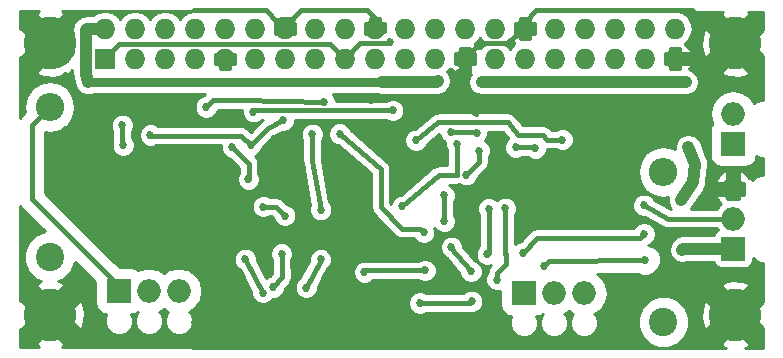
<source format=gbl>
G04 #@! TF.FileFunction,Copper,L2,Bot,Signal*
%FSLAX46Y46*%
G04 Gerber Fmt 4.6, Leading zero omitted, Abs format (unit mm)*
G04 Created by KiCad (PCBNEW 4.0.7-e2-6376~61~ubuntu18.04.1) date Sat Feb 16 00:57:27 2019*
%MOMM*%
%LPD*%
G01*
G04 APERTURE LIST*
%ADD10C,0.100000*%
%ADD11O,1.998980X1.998980*%
%ADD12R,1.998980X1.998980*%
%ADD13C,2.400000*%
%ADD14O,2.400000X2.400000*%
%ADD15C,4.500000*%
%ADD16R,1.727200X1.727200*%
%ADD17O,1.727200X1.727200*%
%ADD18C,0.685800*%
%ADD19C,0.381000*%
%ADD20C,0.800000*%
%ADD21C,1.000000*%
%ADD22C,0.750000*%
%ADD23C,0.254000*%
G04 APERTURE END LIST*
D10*
D11*
X164690000Y-101310000D03*
D12*
X164690000Y-106390000D03*
D11*
X164690000Y-103850000D03*
X164690000Y-94950000D03*
D12*
X164690000Y-97490000D03*
D11*
X152050000Y-110150000D03*
D12*
X146970000Y-110150000D03*
D11*
X149510000Y-110150000D03*
X117754800Y-109979200D03*
D12*
X112674800Y-109979200D03*
D11*
X115214800Y-109979200D03*
D13*
X106832800Y-107109000D03*
D14*
X106832800Y-94409000D03*
D13*
X158790000Y-112590000D03*
D14*
X158790000Y-99890000D03*
D15*
X164891100Y-88993600D03*
X164891100Y-111993600D03*
X106891100Y-111993600D03*
D16*
X111491100Y-90293600D03*
D17*
X111491100Y-87753600D03*
X114031100Y-90293600D03*
X114031100Y-87753600D03*
X116571100Y-90293600D03*
X116571100Y-87753600D03*
X119111100Y-90293600D03*
X119111100Y-87753600D03*
X121651100Y-90293600D03*
X121651100Y-87753600D03*
X124191100Y-90293600D03*
X124191100Y-87753600D03*
X126731100Y-90293600D03*
X126731100Y-87753600D03*
X129271100Y-90293600D03*
X129271100Y-87753600D03*
X131811100Y-90293600D03*
X131811100Y-87753600D03*
X134351100Y-90293600D03*
X134351100Y-87753600D03*
X136891100Y-90293600D03*
X136891100Y-87753600D03*
X139431100Y-90293600D03*
X139431100Y-87753600D03*
X141971100Y-90293600D03*
X141971100Y-87753600D03*
X144511100Y-90293600D03*
X144511100Y-87753600D03*
X147051100Y-90293600D03*
X147051100Y-87753600D03*
X149591100Y-90293600D03*
X149591100Y-87753600D03*
X152131100Y-90293600D03*
X152131100Y-87753600D03*
X154671100Y-90293600D03*
X154671100Y-87753600D03*
X157211100Y-90293600D03*
X157211100Y-87753600D03*
X159751100Y-90293600D03*
X159751100Y-87753600D03*
D15*
X106891100Y-88993600D03*
D18*
X115350000Y-96770000D03*
X123840640Y-97655120D03*
X126599080Y-95526600D03*
X156380000Y-109510000D03*
X115010000Y-94530000D03*
X111510000Y-94700000D03*
X166192600Y-108937800D03*
X142824600Y-112062000D03*
X140132200Y-97431600D03*
X135382400Y-97507800D03*
X142824600Y-94840800D03*
X139883280Y-93834960D03*
X134061600Y-93774000D03*
X121580040Y-94988120D03*
X125118260Y-100106220D03*
X132253120Y-98871780D03*
X122933860Y-113205000D03*
X119177200Y-112646200D03*
X134963300Y-92277940D03*
X160390000Y-106490000D03*
X160290000Y-102290000D03*
X160890000Y-97790000D03*
X160690000Y-92290000D03*
X143390000Y-92290000D03*
X139690000Y-92190000D03*
X135636400Y-88917520D03*
X147955400Y-97888800D03*
X146279000Y-97812600D03*
X140767200Y-96491800D03*
X142977000Y-96568000D03*
X112960000Y-95930000D03*
X113050000Y-97620000D03*
X122301400Y-97822760D03*
X123657760Y-100505000D03*
X124907440Y-102836720D03*
X126736240Y-103588560D03*
X129769000Y-107302040D03*
X128534560Y-109694720D03*
X141300600Y-97507800D03*
X136677800Y-102791000D03*
X143205600Y-98092000D03*
X142113400Y-100149400D03*
X140233800Y-101876600D03*
X140233800Y-104061000D03*
X157150200Y-102714800D03*
X157150200Y-105153200D03*
X131369200Y-96669600D03*
X138506600Y-105000800D03*
X140840000Y-106260000D03*
X142500000Y-108310000D03*
X146890000Y-106720000D03*
X120071280Y-94401380D03*
X130090000Y-93980000D03*
X148650000Y-107870000D03*
X157260000Y-107370000D03*
X125776120Y-109649000D03*
X126461920Y-106829600D03*
X123383440Y-107286800D03*
X124876960Y-110113820D03*
X143993000Y-102994200D03*
X143866000Y-106855000D03*
X138608200Y-108226600D03*
X133477400Y-108379000D03*
X138176400Y-110995200D03*
X142570600Y-110842800D03*
X150241400Y-97152200D03*
X137846200Y-97203000D03*
X135890400Y-94688400D03*
X124079400Y-94815400D03*
X129057800Y-96695000D03*
X129794400Y-103095800D03*
X145390000Y-102968800D03*
X144700000Y-109010000D03*
D19*
X115350000Y-96770000D02*
X115400800Y-96820800D01*
X115400800Y-96820800D02*
X123007520Y-96822000D01*
X123007520Y-96822000D02*
X123840640Y-97655120D01*
X123840640Y-97655120D02*
X125303680Y-96192080D01*
X125303680Y-96192080D02*
X126599080Y-95526600D01*
X156390000Y-109500000D02*
X156720000Y-109500000D01*
X156380000Y-109510000D02*
X156390000Y-109500000D01*
X115060000Y-94720000D02*
X115080000Y-94740000D01*
X115060000Y-94580000D02*
X115060000Y-94720000D01*
X115010000Y-94530000D02*
X115060000Y-94580000D01*
X111540000Y-94730000D02*
X111560000Y-94730000D01*
X111510000Y-94700000D02*
X111540000Y-94730000D01*
X142773800Y-112112800D02*
X142773800Y-112239800D01*
X142824600Y-112062000D02*
X142773800Y-112112800D01*
X142900800Y-94917000D02*
X142900800Y-94993200D01*
X142824600Y-94840800D02*
X142900800Y-94917000D01*
X139883280Y-94038160D02*
X139903600Y-94038160D01*
X139883280Y-93834960D02*
X139883280Y-94038160D01*
X125118260Y-100106220D02*
X124843940Y-100106220D01*
X132253120Y-98871780D02*
X132392820Y-99011480D01*
X132392820Y-99011480D02*
X132392820Y-99598220D01*
X122956720Y-113227860D02*
X123048160Y-113227860D01*
X122933860Y-113205000D02*
X122956720Y-113227860D01*
X119121320Y-112590320D02*
X118925740Y-112590320D01*
X119177200Y-112646200D02*
X119121320Y-112590320D01*
D20*
X164690000Y-101310000D02*
X164690000Y-99899400D01*
X164690000Y-99899400D02*
X164694000Y-99895400D01*
X164690000Y-101310000D02*
X162847600Y-101310000D01*
X162847600Y-101310000D02*
X162839800Y-101317800D01*
D19*
X126731100Y-87753600D02*
X126731100Y-87629800D01*
X126731100Y-87629800D02*
X128145940Y-86214960D01*
X134351100Y-86832120D02*
X134351100Y-87753600D01*
X133733940Y-86214960D02*
X134351100Y-86832120D01*
X128145940Y-86214960D02*
X133733940Y-86214960D01*
X126731100Y-87753600D02*
X126731100Y-87698260D01*
X126731100Y-87698260D02*
X126065680Y-87032840D01*
X126065680Y-87032840D02*
X126065680Y-87170000D01*
X126731100Y-87753600D02*
X126649280Y-87753600D01*
X126649280Y-87753600D02*
X126065680Y-87170000D01*
X126065680Y-87170000D02*
X125110640Y-86214960D01*
X125110640Y-86214960D02*
X119075600Y-86214960D01*
X147051100Y-87753600D02*
X147051100Y-87185300D01*
X147051100Y-87185300D02*
X148018900Y-86217500D01*
X161201500Y-86217500D02*
X161430100Y-86446100D01*
X148018900Y-86217500D02*
X161201500Y-86217500D01*
X147051100Y-87753600D02*
X146863800Y-87753600D01*
X146863800Y-87753600D02*
X145603360Y-89014040D01*
X145603360Y-89014040D02*
X143250660Y-89014040D01*
X143250660Y-89014040D02*
X141971100Y-90293600D01*
D21*
X141971100Y-90293600D02*
X141971100Y-91308900D01*
X141490000Y-91790000D02*
X141490000Y-92690000D01*
X141971100Y-91308900D02*
X141490000Y-91790000D01*
X161265000Y-100784400D02*
X160290000Y-102290000D01*
X161442800Y-99184200D02*
X161265000Y-100784400D01*
X160890000Y-97790000D02*
X161442800Y-99184200D01*
X143390000Y-92290000D02*
X160690000Y-92290000D01*
D22*
X134963300Y-92277940D02*
X110102060Y-92277940D01*
D21*
X109953600Y-87778600D02*
X109890000Y-87842200D01*
X109890000Y-87842200D02*
X109890000Y-91615000D01*
X109890000Y-91615000D02*
X110090000Y-92290000D01*
X109953600Y-87778600D02*
X111491100Y-87753600D01*
D22*
X110102060Y-92277940D02*
X110090000Y-92290000D01*
X134963300Y-92277940D02*
X134963300Y-92290000D01*
X134963300Y-92290000D02*
X134963300Y-92277940D01*
X134963300Y-92277940D02*
X134963300Y-92290000D01*
D21*
X160490000Y-106390000D02*
X164690000Y-106390000D01*
X160390000Y-106490000D02*
X160490000Y-106390000D01*
X138290000Y-92290000D02*
X139590000Y-92290000D01*
X134963300Y-92290000D02*
X137590000Y-92290000D01*
X137590000Y-92290000D02*
X138290000Y-92290000D01*
X139590000Y-92290000D02*
X139690000Y-92190000D01*
D19*
X131811100Y-90293600D02*
X131790240Y-90293600D01*
X131790240Y-90293600D02*
X130556400Y-89059760D01*
X112724940Y-89059760D02*
X111491100Y-90293600D01*
X130556400Y-89059760D02*
X112724940Y-89059760D01*
X133085580Y-89019120D02*
X131811100Y-90293600D01*
X135534800Y-89019120D02*
X133085580Y-89019120D01*
X135636400Y-88917520D02*
X135534800Y-89019120D01*
X147955400Y-97888800D02*
X147879200Y-97812600D01*
X147879200Y-97812600D02*
X146279000Y-97812600D01*
X142900800Y-96491800D02*
X140767200Y-96491800D01*
X142977000Y-96568000D02*
X142900800Y-96491800D01*
X112960000Y-97530000D02*
X112960000Y-95930000D01*
X113050000Y-97620000D02*
X112960000Y-97530000D01*
X123673000Y-99194360D02*
X122301400Y-97822760D01*
X123673000Y-100489760D02*
X123673000Y-99194360D01*
X123657760Y-100505000D02*
X123673000Y-100489760D01*
X125984400Y-102836720D02*
X124907440Y-102836720D01*
X126736240Y-103588560D02*
X125984400Y-102836720D01*
X129769000Y-107363000D02*
X129769000Y-107302040D01*
X128534560Y-109694720D02*
X129769000Y-107363000D01*
X141300600Y-100149400D02*
X141300600Y-97507800D01*
X140716400Y-100149400D02*
X141300600Y-100149400D01*
X139827400Y-100149400D02*
X140716400Y-100149400D01*
X136677800Y-102791000D02*
X139827400Y-100149400D01*
X143205600Y-99057200D02*
X143205600Y-98092000D01*
X142113400Y-100149400D02*
X143205600Y-99057200D01*
X140233800Y-104061000D02*
X140233800Y-101876600D01*
X149555600Y-105508800D02*
X148101200Y-105508800D01*
X157150200Y-105153200D02*
X156794600Y-105508800D01*
X156794600Y-105508800D02*
X149555600Y-105508800D01*
X134849000Y-99641400D02*
X131369200Y-96669600D01*
X134849000Y-102892600D02*
X134849000Y-99641400D01*
X136652400Y-104696000D02*
X134849000Y-102892600D01*
X138201800Y-104696000D02*
X136652400Y-104696000D01*
X138506600Y-105000800D02*
X138201800Y-104696000D01*
X140763800Y-106260000D02*
X140840000Y-106260000D01*
X142500000Y-108310000D02*
X140763800Y-106260000D01*
X148101200Y-105508800D02*
X146890000Y-106720000D01*
X123060860Y-93786700D02*
X120685960Y-93786700D01*
X120685960Y-93786700D02*
X120071280Y-94401380D01*
X130062060Y-94007940D02*
X123060860Y-93786700D01*
X123060860Y-93786700D02*
X123032920Y-93786700D01*
X130090000Y-93980000D02*
X130062060Y-94007940D01*
X159182200Y-103850000D02*
X157150200Y-102714800D01*
X164690000Y-103850000D02*
X159182200Y-103850000D01*
X148650000Y-107870000D02*
X149106200Y-107413800D01*
X149106200Y-107413800D02*
X157260000Y-107370000D01*
X112674800Y-109979200D02*
X112090000Y-108962600D01*
X105308800Y-95933000D02*
X106832800Y-94409000D01*
X105308800Y-102181400D02*
X105308800Y-95933000D01*
X112090000Y-108962600D02*
X105308800Y-102181400D01*
X125776120Y-109649000D02*
X126512720Y-108790480D01*
X126512720Y-108790480D02*
X126461920Y-106829600D01*
X123383440Y-107286800D02*
X123281840Y-107286800D01*
X124876960Y-110113820D02*
X123383440Y-107286800D01*
X143993000Y-106728000D02*
X143993000Y-102994200D01*
X143866000Y-106855000D02*
X143993000Y-106728000D01*
X133629800Y-108226600D02*
X138608200Y-108226600D01*
X133477400Y-108379000D02*
X133629800Y-108226600D01*
X142418200Y-110995200D02*
X138176400Y-110995200D01*
X142570600Y-110842800D02*
X142418200Y-110995200D01*
X148971400Y-97152200D02*
X150241400Y-97152200D01*
X148565000Y-96745800D02*
X148971400Y-97152200D01*
X146507600Y-96745800D02*
X148565000Y-96745800D01*
X145593200Y-95679000D02*
X146507600Y-96745800D01*
X139720720Y-95674680D02*
X145593200Y-95679000D01*
X137846200Y-97203000D02*
X139720720Y-95674680D01*
X124206400Y-94688400D02*
X135890400Y-94688400D01*
X124079400Y-94815400D02*
X124206400Y-94688400D01*
X129769000Y-103045000D02*
X129057800Y-98981000D01*
X129057800Y-98981000D02*
X129057800Y-96695000D01*
X129769000Y-103070400D02*
X129769000Y-103045000D01*
X129794400Y-103095800D02*
X129769000Y-103070400D01*
X145415400Y-106829600D02*
X145390000Y-106804200D01*
X145390000Y-106804200D02*
X145390000Y-102968800D01*
X145460000Y-106874200D02*
X145415400Y-106829600D01*
X145460000Y-107670000D02*
X145460000Y-106874200D01*
X144710000Y-108420000D02*
X145460000Y-107670000D01*
X144710000Y-109000000D02*
X144710000Y-108420000D01*
X144700000Y-109010000D02*
X144710000Y-109000000D01*
D23*
G36*
X105920658Y-86233050D02*
X105640025Y-86507917D01*
X106891100Y-87758992D01*
X108142175Y-86507917D01*
X107865062Y-86236498D01*
X119074837Y-86256373D01*
X118508252Y-86369074D01*
X118022071Y-86693930D01*
X117841100Y-86964772D01*
X117660129Y-86693930D01*
X117173948Y-86369074D01*
X116600459Y-86255000D01*
X116541741Y-86255000D01*
X115968252Y-86369074D01*
X115482071Y-86693930D01*
X115301100Y-86964772D01*
X115120129Y-86693930D01*
X114633948Y-86369074D01*
X114060459Y-86255000D01*
X114001741Y-86255000D01*
X113428252Y-86369074D01*
X112942071Y-86693930D01*
X112761100Y-86964772D01*
X112580129Y-86693930D01*
X112093948Y-86369074D01*
X111520459Y-86255000D01*
X111461741Y-86255000D01*
X110888252Y-86369074D01*
X110490690Y-86634717D01*
X109935147Y-86643750D01*
X109727536Y-86688567D01*
X109519255Y-86729997D01*
X109511446Y-86735215D01*
X109502263Y-86737197D01*
X109327595Y-86858060D01*
X109151034Y-86976034D01*
X109087434Y-87039634D01*
X108841397Y-87407854D01*
X108755000Y-87842200D01*
X108755000Y-88364308D01*
X108125708Y-88993600D01*
X108139851Y-89007743D01*
X106905243Y-90242351D01*
X106891100Y-90228208D01*
X105640025Y-91479283D01*
X105946290Y-91779255D01*
X107084233Y-91928773D01*
X107835910Y-91779255D01*
X108142173Y-91479284D01*
X108352004Y-91689115D01*
X108755000Y-91286119D01*
X108755000Y-91615000D01*
X108786825Y-91774996D01*
X108801764Y-91937440D01*
X109001764Y-92612440D01*
X109207994Y-93004346D01*
X109548501Y-93287498D01*
X109971446Y-93418791D01*
X110412440Y-93378235D01*
X110584032Y-93287940D01*
X120017286Y-93287940D01*
X119881911Y-93423315D01*
X119877617Y-93423311D01*
X119518068Y-93571873D01*
X119242740Y-93846721D01*
X119093550Y-94206010D01*
X119093211Y-94595043D01*
X119241773Y-94954592D01*
X119516621Y-95229920D01*
X119875910Y-95379110D01*
X120264943Y-95379449D01*
X120624492Y-95230887D01*
X120899820Y-94956039D01*
X121042595Y-94612200D01*
X123047825Y-94612200D01*
X123104182Y-94613981D01*
X123101670Y-94620030D01*
X123101331Y-95009063D01*
X123249893Y-95368612D01*
X123524741Y-95643940D01*
X123884030Y-95793130D01*
X124273063Y-95793469D01*
X124632612Y-95644907D01*
X124763848Y-95513900D01*
X124855795Y-95513900D01*
X124826307Y-95537306D01*
X124719963Y-95608363D01*
X123840640Y-96487686D01*
X123591237Y-96238283D01*
X123455176Y-96147370D01*
X123323545Y-96059387D01*
X123323482Y-96059374D01*
X123323426Y-96059337D01*
X123164171Y-96027660D01*
X123007650Y-95996500D01*
X115958493Y-95995388D01*
X115904659Y-95941460D01*
X115545370Y-95792270D01*
X115156337Y-95791931D01*
X114796788Y-95940493D01*
X114521460Y-96215341D01*
X114372270Y-96574630D01*
X114371931Y-96963663D01*
X114520493Y-97323212D01*
X114795341Y-97598540D01*
X115154630Y-97747730D01*
X115543663Y-97748069D01*
X115789815Y-97646361D01*
X121323653Y-97647234D01*
X121323331Y-98016423D01*
X121471893Y-98375972D01*
X121746741Y-98651300D01*
X122106030Y-98800490D01*
X122111701Y-98800495D01*
X122847500Y-99536293D01*
X122847500Y-99932093D01*
X122829220Y-99950341D01*
X122680030Y-100309630D01*
X122679691Y-100698663D01*
X122828253Y-101058212D01*
X123103101Y-101333540D01*
X123462390Y-101482730D01*
X123851423Y-101483069D01*
X124210972Y-101334507D01*
X124486300Y-101059659D01*
X124635490Y-100700370D01*
X124635829Y-100311337D01*
X124498500Y-99978974D01*
X124498500Y-99194360D01*
X124471548Y-99058861D01*
X124435663Y-98878454D01*
X124361679Y-98767730D01*
X124256717Y-98610643D01*
X124256714Y-98610641D01*
X124207641Y-98561568D01*
X124393852Y-98484627D01*
X124669180Y-98209779D01*
X124818370Y-97850490D01*
X124818375Y-97844819D01*
X125774531Y-96888663D01*
X128079731Y-96888663D01*
X128228293Y-97248212D01*
X128232300Y-97252226D01*
X128232300Y-98981000D01*
X128246317Y-99051468D01*
X128244657Y-99123300D01*
X128879272Y-102749669D01*
X128816670Y-102900430D01*
X128816331Y-103289463D01*
X128964893Y-103649012D01*
X129239741Y-103924340D01*
X129599030Y-104073530D01*
X129988063Y-104073869D01*
X130347612Y-103925307D01*
X130622940Y-103650459D01*
X130772130Y-103291170D01*
X130772469Y-102902137D01*
X130623907Y-102542588D01*
X130496850Y-102415309D01*
X129883300Y-98909311D01*
X129883300Y-97252694D01*
X129886340Y-97249659D01*
X130035530Y-96890370D01*
X130035553Y-96863263D01*
X130391131Y-96863263D01*
X130539693Y-97222812D01*
X130814541Y-97498140D01*
X131173830Y-97647330D01*
X131242998Y-97647390D01*
X134023500Y-100021980D01*
X134023500Y-102892600D01*
X134086337Y-103208506D01*
X134265283Y-103476317D01*
X136068681Y-105279714D01*
X136068683Y-105279717D01*
X136304553Y-105437320D01*
X136336495Y-105458663D01*
X136652400Y-105521501D01*
X136652405Y-105521500D01*
X137663659Y-105521500D01*
X137677093Y-105554012D01*
X137951941Y-105829340D01*
X138311230Y-105978530D01*
X138700263Y-105978869D01*
X139059812Y-105830307D01*
X139335140Y-105555459D01*
X139484330Y-105196170D01*
X139484669Y-104807137D01*
X139405421Y-104615342D01*
X139679141Y-104889540D01*
X140038430Y-105038730D01*
X140427463Y-105039069D01*
X140787012Y-104890507D01*
X141062340Y-104615659D01*
X141211530Y-104256370D01*
X141211869Y-103867337D01*
X141063307Y-103507788D01*
X141059300Y-103503774D01*
X141059300Y-102434294D01*
X141062340Y-102431259D01*
X141211530Y-102071970D01*
X141211869Y-101682937D01*
X141063307Y-101323388D01*
X140788459Y-101048060D01*
X140612270Y-100974900D01*
X141300600Y-100974900D01*
X141513443Y-100932563D01*
X141558741Y-100977940D01*
X141918030Y-101127130D01*
X142307063Y-101127469D01*
X142666612Y-100978907D01*
X142941940Y-100704059D01*
X143091130Y-100344770D01*
X143091135Y-100339099D01*
X143789317Y-99640917D01*
X143968263Y-99373106D01*
X144031100Y-99057200D01*
X144031100Y-98649694D01*
X144034140Y-98646659D01*
X144183330Y-98287370D01*
X144183669Y-97898337D01*
X144035107Y-97538788D01*
X143760259Y-97263460D01*
X143692626Y-97235376D01*
X143805540Y-97122659D01*
X143954730Y-96763370D01*
X143954957Y-96503295D01*
X145213285Y-96504221D01*
X145670798Y-97037987D01*
X145450460Y-97257941D01*
X145301270Y-97617230D01*
X145300931Y-98006263D01*
X145449493Y-98365812D01*
X145724341Y-98641140D01*
X146083630Y-98790330D01*
X146472663Y-98790669D01*
X146832212Y-98642107D01*
X146836226Y-98638100D01*
X147321639Y-98638100D01*
X147400741Y-98717340D01*
X147760030Y-98866530D01*
X148149063Y-98866869D01*
X148508612Y-98718307D01*
X148783940Y-98443459D01*
X148933130Y-98084170D01*
X148933229Y-97970107D01*
X148971400Y-97977700D01*
X149683706Y-97977700D01*
X149686741Y-97980740D01*
X150046030Y-98129930D01*
X150435063Y-98130269D01*
X150794612Y-97981707D01*
X151069940Y-97706859D01*
X151219130Y-97347570D01*
X151219469Y-96958537D01*
X151070907Y-96598988D01*
X150796059Y-96323660D01*
X150436770Y-96174470D01*
X150047737Y-96174131D01*
X149688188Y-96322693D01*
X149684174Y-96326700D01*
X149313334Y-96326700D01*
X149148717Y-96162083D01*
X148880906Y-95983137D01*
X148565000Y-95920300D01*
X146887276Y-95920300D01*
X146219966Y-95141772D01*
X146194982Y-95122148D01*
X146177347Y-95095713D01*
X146069096Y-95023267D01*
X145966669Y-94942813D01*
X145936072Y-94934242D01*
X145909666Y-94916570D01*
X145781938Y-94891065D01*
X145656513Y-94855931D01*
X145624966Y-94859721D01*
X145593808Y-94853500D01*
X139721327Y-94849180D01*
X139603357Y-94872556D01*
X139483630Y-94883959D01*
X139446548Y-94903627D01*
X139405376Y-94911785D01*
X139305327Y-94978529D01*
X139199083Y-95034880D01*
X137739365Y-96225007D01*
X137652537Y-96224931D01*
X137292988Y-96373493D01*
X137017660Y-96648341D01*
X136868470Y-97007630D01*
X136868131Y-97396663D01*
X137016693Y-97756212D01*
X137291541Y-98031540D01*
X137650830Y-98180730D01*
X138039863Y-98181069D01*
X138399412Y-98032507D01*
X138674740Y-97757659D01*
X138778372Y-97508086D01*
X139789132Y-96684000D01*
X139789131Y-96685463D01*
X139937693Y-97045012D01*
X140212541Y-97320340D01*
X140322823Y-97366133D01*
X140322531Y-97701463D01*
X140471093Y-98061012D01*
X140475100Y-98065026D01*
X140475100Y-99323900D01*
X139827400Y-99323900D01*
X139704206Y-99348405D01*
X139579347Y-99362050D01*
X139547320Y-99379611D01*
X139511495Y-99386737D01*
X139407056Y-99456521D01*
X139296923Y-99516909D01*
X136559281Y-101812996D01*
X136484137Y-101812931D01*
X136124588Y-101961493D01*
X135849260Y-102236341D01*
X135705760Y-102581926D01*
X135674500Y-102550666D01*
X135674500Y-99641400D01*
X135668096Y-99609202D01*
X135671953Y-99576600D01*
X135636873Y-99452235D01*
X135611663Y-99325495D01*
X135593423Y-99298197D01*
X135584511Y-99266602D01*
X135504511Y-99165131D01*
X135432717Y-99057683D01*
X135405419Y-99039443D01*
X135385095Y-99013664D01*
X132311117Y-96388442D01*
X132198707Y-96116388D01*
X131923859Y-95841060D01*
X131564570Y-95691870D01*
X131175537Y-95691531D01*
X130815988Y-95840093D01*
X130540660Y-96114941D01*
X130391470Y-96474230D01*
X130391131Y-96863263D01*
X130035553Y-96863263D01*
X130035869Y-96501337D01*
X129887307Y-96141788D01*
X129612459Y-95866460D01*
X129253170Y-95717270D01*
X128864137Y-95716931D01*
X128504588Y-95865493D01*
X128229260Y-96140341D01*
X128080070Y-96499630D01*
X128079731Y-96888663D01*
X125774531Y-96888663D01*
X125795943Y-96867251D01*
X126502226Y-96504416D01*
X126792743Y-96504669D01*
X127152292Y-96356107D01*
X127427620Y-96081259D01*
X127576810Y-95721970D01*
X127576991Y-95513900D01*
X135332706Y-95513900D01*
X135335741Y-95516940D01*
X135695030Y-95666130D01*
X136084063Y-95666469D01*
X136443612Y-95517907D01*
X136718940Y-95243059D01*
X136868130Y-94883770D01*
X136868469Y-94494737D01*
X136719907Y-94135188D01*
X136445059Y-93859860D01*
X136085770Y-93710670D01*
X135696737Y-93710331D01*
X135337188Y-93858893D01*
X135333174Y-93862900D01*
X131068002Y-93862900D01*
X131068069Y-93786337D01*
X130919507Y-93426788D01*
X130780901Y-93287940D01*
X134453132Y-93287940D01*
X134528954Y-93338603D01*
X134963300Y-93425000D01*
X139590000Y-93425000D01*
X140024346Y-93338603D01*
X140392566Y-93092566D01*
X140492566Y-92992566D01*
X140738603Y-92624346D01*
X140824999Y-92190000D01*
X140738603Y-91755655D01*
X140492566Y-91387434D01*
X140480782Y-91379561D01*
X140520129Y-91353270D01*
X140644857Y-91166602D01*
X140769603Y-91166602D01*
X140853104Y-91291590D01*
X141320121Y-91643461D01*
X141539300Y-91569928D01*
X141539300Y-90725400D01*
X141107500Y-90725400D01*
X141107500Y-89861800D01*
X141539300Y-89861800D01*
X141539300Y-89430000D01*
X142402900Y-89430000D01*
X142402900Y-89861800D01*
X142834700Y-89861800D01*
X142834700Y-90725400D01*
X142402900Y-90725400D01*
X142402900Y-91569928D01*
X142508615Y-91605395D01*
X142341397Y-91855654D01*
X142255000Y-92290000D01*
X142341397Y-92724346D01*
X142587434Y-93092566D01*
X142955654Y-93338603D01*
X143390000Y-93425000D01*
X160690000Y-93425000D01*
X161124346Y-93338603D01*
X161492566Y-93092566D01*
X161738603Y-92724346D01*
X161825000Y-92290000D01*
X161738603Y-91855654D01*
X161492566Y-91487434D01*
X161480368Y-91479283D01*
X163640025Y-91479283D01*
X163946290Y-91779255D01*
X165084233Y-91928773D01*
X165835910Y-91779255D01*
X166142175Y-91479283D01*
X164891100Y-90228208D01*
X163640025Y-91479283D01*
X161480368Y-91479283D01*
X161124346Y-91241397D01*
X160928636Y-91202468D01*
X161100928Y-90944574D01*
X161019464Y-90725400D01*
X160182900Y-90725400D01*
X160182900Y-91155000D01*
X159319300Y-91155000D01*
X159319300Y-90725400D01*
X158887500Y-90725400D01*
X158887500Y-89861800D01*
X159319300Y-89861800D01*
X159319300Y-89430000D01*
X160182900Y-89430000D01*
X160182900Y-89861800D01*
X161019464Y-89861800D01*
X161100928Y-89642626D01*
X160869096Y-89295610D01*
X160724591Y-89186733D01*
X161955927Y-89186733D01*
X162105445Y-89938410D01*
X162405417Y-90244675D01*
X163656492Y-88993600D01*
X162405417Y-87742525D01*
X162105445Y-88048790D01*
X161955927Y-89186733D01*
X160724591Y-89186733D01*
X160624102Y-89111020D01*
X160624102Y-88957615D01*
X160840129Y-88813270D01*
X161164985Y-88327089D01*
X161279059Y-87753600D01*
X161164985Y-87180111D01*
X160840129Y-86693930D01*
X160353948Y-86369074D01*
X160153528Y-86329208D01*
X163815853Y-86335701D01*
X163640025Y-86507917D01*
X164891100Y-87758992D01*
X166142175Y-86507917D01*
X165970247Y-86339521D01*
X167218760Y-86341735D01*
X167218760Y-87900548D01*
X166125708Y-88993600D01*
X167218760Y-90086652D01*
X167218760Y-93764989D01*
X166995323Y-93764794D01*
X166559628Y-93944820D01*
X166446409Y-94057841D01*
X166084761Y-93516596D01*
X165444839Y-93089014D01*
X164690000Y-92938867D01*
X163935161Y-93089014D01*
X163295239Y-93516596D01*
X162867657Y-94156518D01*
X162717510Y-94911357D01*
X162717510Y-94988643D01*
X162867657Y-95743482D01*
X162944614Y-95858657D01*
X162776608Y-96104542D01*
X162698448Y-96490510D01*
X162698448Y-98489490D01*
X162766294Y-98850062D01*
X162979392Y-99181226D01*
X163304542Y-99403392D01*
X163690510Y-99481552D01*
X165689490Y-99481552D01*
X166050062Y-99413706D01*
X166381226Y-99200608D01*
X166603392Y-98875458D01*
X166671115Y-98541030D01*
X166993255Y-98674794D01*
X167218760Y-98674991D01*
X167218760Y-100124989D01*
X166995323Y-100124794D01*
X166559628Y-100304820D01*
X166324490Y-100539548D01*
X166324490Y-100436998D01*
X166042492Y-100436998D01*
X165755808Y-100070757D01*
X165427038Y-99851120D01*
X165189745Y-99921453D01*
X165189745Y-100810255D01*
X165583000Y-100810255D01*
X165583000Y-101809745D01*
X165189745Y-101809745D01*
X165189745Y-102203000D01*
X164788094Y-102203000D01*
X164690000Y-102183488D01*
X164591906Y-102203000D01*
X164190255Y-102203000D01*
X164190255Y-101809745D01*
X163292497Y-101809745D01*
X163231084Y-102047044D01*
X163624192Y-102549243D01*
X163663760Y-102575677D01*
X163534241Y-102662219D01*
X163292173Y-103024500D01*
X161128459Y-103024500D01*
X161242685Y-102906942D01*
X162217685Y-101401342D01*
X162232827Y-101363247D01*
X162259224Y-101331888D01*
X162314139Y-101158672D01*
X162381259Y-100989803D01*
X162380670Y-100948816D01*
X162393058Y-100909740D01*
X162430478Y-100572956D01*
X163231084Y-100572956D01*
X163292497Y-100810255D01*
X164190255Y-100810255D01*
X164190255Y-99921453D01*
X163952962Y-99851120D01*
X163624192Y-100070757D01*
X163231084Y-100572956D01*
X162430478Y-100572956D01*
X162570858Y-99309540D01*
X162566172Y-99254995D01*
X162577669Y-99201468D01*
X162547356Y-99035952D01*
X162532955Y-98868310D01*
X162507753Y-98819711D01*
X162497890Y-98765857D01*
X161945090Y-97371657D01*
X161704683Y-96999736D01*
X161340248Y-96748126D01*
X160907267Y-96655131D01*
X160471657Y-96734910D01*
X160099736Y-96975317D01*
X159848126Y-97339752D01*
X159755131Y-97772733D01*
X159787757Y-97950880D01*
X159621571Y-97839838D01*
X158790000Y-97674428D01*
X157958429Y-97839838D01*
X157253457Y-98310885D01*
X156782410Y-99015857D01*
X156617000Y-99847428D01*
X156617000Y-99932572D01*
X156782410Y-100764143D01*
X157253457Y-101469115D01*
X157958429Y-101940162D01*
X158790000Y-102105572D01*
X159197632Y-102024489D01*
X159173741Y-102084597D01*
X159180107Y-102527406D01*
X159355443Y-102934072D01*
X159448509Y-103024500D01*
X159397154Y-103024500D01*
X158017869Y-102253946D01*
X157979707Y-102161588D01*
X157704859Y-101886260D01*
X157345570Y-101737070D01*
X156956537Y-101736731D01*
X156596988Y-101885293D01*
X156321660Y-102160141D01*
X156172470Y-102519430D01*
X156172131Y-102908463D01*
X156320693Y-103268012D01*
X156595541Y-103543340D01*
X156954830Y-103692530D01*
X157208132Y-103692751D01*
X158779593Y-104570665D01*
X158825859Y-104585645D01*
X158866295Y-104612663D01*
X158977830Y-104634849D01*
X159086025Y-104669879D01*
X159134505Y-104666013D01*
X159182200Y-104675500D01*
X163292173Y-104675500D01*
X163393453Y-104827077D01*
X163239069Y-104926420D01*
X163094079Y-105138620D01*
X163070511Y-105255000D01*
X160490000Y-105255000D01*
X160055654Y-105341397D01*
X159687434Y-105587434D01*
X159587434Y-105687434D01*
X159341397Y-106055655D01*
X159255000Y-106490000D01*
X159341397Y-106924345D01*
X159587434Y-107292566D01*
X159955655Y-107538603D01*
X160390000Y-107625000D01*
X160824345Y-107538603D01*
X160844703Y-107525000D01*
X163068568Y-107525000D01*
X163087348Y-107624807D01*
X163226420Y-107840931D01*
X163438620Y-107985921D01*
X163690510Y-108036930D01*
X165689490Y-108036930D01*
X165924807Y-107992652D01*
X166140931Y-107853580D01*
X166285921Y-107641380D01*
X166336930Y-107389490D01*
X166336930Y-107172678D01*
X166557875Y-107394009D01*
X166993255Y-107574794D01*
X167218760Y-107574991D01*
X167218760Y-110900548D01*
X166125708Y-111993600D01*
X167218760Y-113086652D01*
X167218760Y-114800000D01*
X165731618Y-114800000D01*
X165835910Y-114779255D01*
X166142175Y-114479283D01*
X164891100Y-113228208D01*
X163640025Y-114479283D01*
X163946290Y-114779255D01*
X164104175Y-114800000D01*
X129965672Y-114800000D01*
X107854685Y-114760865D01*
X108142175Y-114479283D01*
X106891100Y-113228208D01*
X105640025Y-114479283D01*
X105924026Y-114757448D01*
X104328360Y-114754624D01*
X104328360Y-113166001D01*
X104405417Y-113244675D01*
X105656492Y-111993600D01*
X108125708Y-111993600D01*
X109376783Y-113244675D01*
X109676755Y-112938410D01*
X109826273Y-111800467D01*
X109676755Y-111048790D01*
X109376783Y-110742525D01*
X108125708Y-111993600D01*
X105656492Y-111993600D01*
X104405417Y-110742525D01*
X104328360Y-110821199D01*
X104328360Y-102768072D01*
X104486081Y-103004119D01*
X106417598Y-104935636D01*
X106402460Y-104935623D01*
X105603502Y-105265746D01*
X104991694Y-105876487D01*
X104660178Y-106674867D01*
X104659423Y-107539340D01*
X104989546Y-108338298D01*
X105600287Y-108950106D01*
X106132183Y-109170968D01*
X105946290Y-109207945D01*
X105640025Y-109507917D01*
X106891100Y-110758992D01*
X108142175Y-109507917D01*
X107835910Y-109207945D01*
X107538010Y-109168803D01*
X108062098Y-108952254D01*
X108673906Y-108341513D01*
X109005422Y-107543133D01*
X109005439Y-107523477D01*
X110683248Y-109201286D01*
X110683248Y-110978690D01*
X110751094Y-111339262D01*
X110964192Y-111670426D01*
X111289342Y-111892592D01*
X111623770Y-111960315D01*
X111490006Y-112282455D01*
X111489594Y-112753877D01*
X111669620Y-113189572D01*
X112002675Y-113523209D01*
X112438055Y-113703994D01*
X112909477Y-113704406D01*
X113345172Y-113524380D01*
X113678809Y-113191325D01*
X113859594Y-112755945D01*
X113860006Y-112284523D01*
X113726313Y-111960963D01*
X114034862Y-111902906D01*
X114309007Y-111726499D01*
X114322528Y-111735533D01*
X114210791Y-111847075D01*
X114030006Y-112282455D01*
X114029594Y-112753877D01*
X114209620Y-113189572D01*
X114542675Y-113523209D01*
X114978055Y-113703994D01*
X115449477Y-113704406D01*
X115885172Y-113524380D01*
X116218809Y-113191325D01*
X116399594Y-112755945D01*
X116400006Y-112284523D01*
X116219980Y-111848828D01*
X116106959Y-111735609D01*
X116484800Y-111483144D01*
X116862528Y-111735533D01*
X116750791Y-111847075D01*
X116570006Y-112282455D01*
X116569594Y-112753877D01*
X116749620Y-113189572D01*
X117082675Y-113523209D01*
X117518055Y-113703994D01*
X117989477Y-113704406D01*
X118425172Y-113524380D01*
X118758809Y-113191325D01*
X118939594Y-112755945D01*
X118940006Y-112284523D01*
X118759980Y-111848828D01*
X118646959Y-111735609D01*
X119188204Y-111373961D01*
X119311882Y-111188863D01*
X137198331Y-111188863D01*
X137346893Y-111548412D01*
X137621741Y-111823740D01*
X137981030Y-111972930D01*
X138370063Y-111973269D01*
X138729612Y-111824707D01*
X138733626Y-111820700D01*
X142418200Y-111820700D01*
X142418864Y-111820568D01*
X142764263Y-111820869D01*
X143123812Y-111672307D01*
X143399140Y-111397459D01*
X143548330Y-111038170D01*
X143548669Y-110649137D01*
X143400107Y-110289588D01*
X143125259Y-110014260D01*
X142765970Y-109865070D01*
X142376937Y-109864731D01*
X142017388Y-110013293D01*
X141860708Y-110169700D01*
X138734094Y-110169700D01*
X138731059Y-110166660D01*
X138371770Y-110017470D01*
X137982737Y-110017131D01*
X137623188Y-110165693D01*
X137347860Y-110440541D01*
X137198670Y-110799830D01*
X137198331Y-111188863D01*
X119311882Y-111188863D01*
X119615786Y-110734039D01*
X119765933Y-109979200D01*
X119615786Y-109224361D01*
X119188204Y-108584439D01*
X118548282Y-108156857D01*
X117793443Y-108006710D01*
X117716157Y-108006710D01*
X116961318Y-108156857D01*
X116484800Y-108475256D01*
X116008282Y-108156857D01*
X115253443Y-108006710D01*
X115176157Y-108006710D01*
X114421318Y-108156857D01*
X114306143Y-108233814D01*
X114060258Y-108065808D01*
X113674290Y-107987648D01*
X112760486Y-107987648D01*
X112253301Y-107480463D01*
X122405371Y-107480463D01*
X122553933Y-107840012D01*
X122828781Y-108115340D01*
X122904052Y-108146595D01*
X123899133Y-110030141D01*
X123898891Y-110307483D01*
X124047453Y-110667032D01*
X124322301Y-110942360D01*
X124681590Y-111091550D01*
X125070623Y-111091889D01*
X125430172Y-110943327D01*
X125705500Y-110668479D01*
X125722784Y-110626854D01*
X125969783Y-110627069D01*
X126329332Y-110478507D01*
X126604660Y-110203659D01*
X126735574Y-109888383D01*
X127556491Y-109888383D01*
X127705053Y-110247932D01*
X127979901Y-110523260D01*
X128339190Y-110672450D01*
X128728223Y-110672789D01*
X129087772Y-110524227D01*
X129363100Y-110249379D01*
X129512290Y-109890090D01*
X129512533Y-109611751D01*
X130062638Y-108572663D01*
X132499331Y-108572663D01*
X132647893Y-108932212D01*
X132922741Y-109207540D01*
X133282030Y-109356730D01*
X133671063Y-109357069D01*
X134030612Y-109208507D01*
X134187292Y-109052100D01*
X138050506Y-109052100D01*
X138053541Y-109055140D01*
X138412830Y-109204330D01*
X138801863Y-109204669D01*
X139161412Y-109056107D01*
X139436740Y-108781259D01*
X139585930Y-108421970D01*
X139586269Y-108032937D01*
X139437707Y-107673388D01*
X139162859Y-107398060D01*
X138803570Y-107248870D01*
X138414537Y-107248531D01*
X138054988Y-107397093D01*
X138050974Y-107401100D01*
X133629800Y-107401100D01*
X133629136Y-107401232D01*
X133283737Y-107400931D01*
X132924188Y-107549493D01*
X132648860Y-107824341D01*
X132499670Y-108183630D01*
X132499331Y-108572663D01*
X130062638Y-108572663D01*
X130288879Y-108145320D01*
X130322212Y-108131547D01*
X130597540Y-107856699D01*
X130746730Y-107497410D01*
X130747069Y-107108377D01*
X130598507Y-106748828D01*
X130323659Y-106473500D01*
X130275887Y-106453663D01*
X139861931Y-106453663D01*
X140010493Y-106813212D01*
X140285341Y-107088540D01*
X140437107Y-107151559D01*
X141521993Y-108432527D01*
X141521931Y-108503663D01*
X141670493Y-108863212D01*
X141945341Y-109138540D01*
X142304630Y-109287730D01*
X142693663Y-109288069D01*
X143053212Y-109139507D01*
X143328540Y-108864659D01*
X143477730Y-108505370D01*
X143478069Y-108116337D01*
X143329507Y-107756788D01*
X143054659Y-107481460D01*
X142785359Y-107369637D01*
X142513518Y-107048663D01*
X142887931Y-107048663D01*
X143036493Y-107408212D01*
X143311341Y-107683540D01*
X143670630Y-107832730D01*
X144059663Y-107833069D01*
X144178669Y-107783897D01*
X144126283Y-107836283D01*
X143947337Y-108104094D01*
X143902868Y-108327657D01*
X143884500Y-108420000D01*
X143884500Y-108442324D01*
X143871460Y-108455341D01*
X143722270Y-108814630D01*
X143721931Y-109203663D01*
X143870493Y-109563212D01*
X144145341Y-109838540D01*
X144504630Y-109987730D01*
X144893663Y-109988069D01*
X144978448Y-109953037D01*
X144978448Y-111149490D01*
X145046294Y-111510062D01*
X145259392Y-111841226D01*
X145584542Y-112063392D01*
X145918970Y-112131115D01*
X145785206Y-112453255D01*
X145784794Y-112924677D01*
X145964820Y-113360372D01*
X146297875Y-113694009D01*
X146733255Y-113874794D01*
X147204677Y-113875206D01*
X147640372Y-113695180D01*
X147974009Y-113362125D01*
X148154794Y-112926745D01*
X148155206Y-112455323D01*
X148021513Y-112131763D01*
X148330062Y-112073706D01*
X148604207Y-111897299D01*
X148617728Y-111906333D01*
X148505991Y-112017875D01*
X148325206Y-112453255D01*
X148324794Y-112924677D01*
X148504820Y-113360372D01*
X148837875Y-113694009D01*
X149273255Y-113874794D01*
X149744677Y-113875206D01*
X150180372Y-113695180D01*
X150514009Y-113362125D01*
X150694794Y-112926745D01*
X150695206Y-112455323D01*
X150515180Y-112019628D01*
X150402159Y-111906409D01*
X150780000Y-111653944D01*
X151157728Y-111906333D01*
X151045991Y-112017875D01*
X150865206Y-112453255D01*
X150864794Y-112924677D01*
X151044820Y-113360372D01*
X151377875Y-113694009D01*
X151813255Y-113874794D01*
X152284677Y-113875206D01*
X152720372Y-113695180D01*
X153054009Y-113362125D01*
X153195930Y-113020340D01*
X156616623Y-113020340D01*
X156946746Y-113819298D01*
X157557487Y-114431106D01*
X158355867Y-114762622D01*
X159220340Y-114763377D01*
X160019298Y-114433254D01*
X160631106Y-113822513D01*
X160962622Y-113024133D01*
X160963353Y-112186733D01*
X161955927Y-112186733D01*
X162105445Y-112938410D01*
X162405417Y-113244675D01*
X163656492Y-111993600D01*
X162405417Y-110742525D01*
X162105445Y-111048790D01*
X161955927Y-112186733D01*
X160963353Y-112186733D01*
X160963377Y-112159660D01*
X160633254Y-111360702D01*
X160022513Y-110748894D01*
X159224133Y-110417378D01*
X158359660Y-110416623D01*
X157560702Y-110746746D01*
X156948894Y-111357487D01*
X156617378Y-112155867D01*
X156616623Y-113020340D01*
X153195930Y-113020340D01*
X153234794Y-112926745D01*
X153235206Y-112455323D01*
X153055180Y-112019628D01*
X152942159Y-111906409D01*
X153483404Y-111544761D01*
X153910986Y-110904839D01*
X154061133Y-110150000D01*
X153933415Y-109507917D01*
X163640025Y-109507917D01*
X164891100Y-110758992D01*
X166142175Y-109507917D01*
X165835910Y-109207945D01*
X164697967Y-109058427D01*
X163946290Y-109207945D01*
X163640025Y-109507917D01*
X153933415Y-109507917D01*
X153910986Y-109395161D01*
X153483404Y-108755239D01*
X153184339Y-108555410D01*
X156638712Y-108536854D01*
X156997103Y-108685671D01*
X157520600Y-108686128D01*
X158004424Y-108486216D01*
X158374915Y-108116371D01*
X158575671Y-107632897D01*
X158576128Y-107109400D01*
X158376216Y-106625576D01*
X158006371Y-106255085D01*
X157526476Y-106055815D01*
X157703412Y-105982707D01*
X157978740Y-105707859D01*
X158127930Y-105348570D01*
X158128269Y-104959537D01*
X157979707Y-104599988D01*
X157704859Y-104324660D01*
X157345570Y-104175470D01*
X156956537Y-104175131D01*
X156596988Y-104323693D01*
X156321660Y-104598541D01*
X156286465Y-104683300D01*
X148101200Y-104683300D01*
X147785295Y-104746137D01*
X147517483Y-104925083D01*
X147517481Y-104925086D01*
X146700632Y-105741935D01*
X146696337Y-105741931D01*
X146336788Y-105890493D01*
X146215500Y-106011570D01*
X146215500Y-103526494D01*
X146218540Y-103523459D01*
X146367730Y-103164170D01*
X146368069Y-102775137D01*
X146219507Y-102415588D01*
X145944659Y-102140260D01*
X145585370Y-101991070D01*
X145196337Y-101990731D01*
X144836788Y-102139293D01*
X144678788Y-102297018D01*
X144547659Y-102165660D01*
X144188370Y-102016470D01*
X143799337Y-102016131D01*
X143439788Y-102164693D01*
X143164460Y-102439541D01*
X143015270Y-102798830D01*
X143014931Y-103187863D01*
X143163493Y-103547412D01*
X143167500Y-103551426D01*
X143167500Y-106170528D01*
X143037460Y-106300341D01*
X142888270Y-106659630D01*
X142887931Y-107048663D01*
X142513518Y-107048663D01*
X141817929Y-106227353D01*
X141818069Y-106066337D01*
X141669507Y-105706788D01*
X141394659Y-105431460D01*
X141035370Y-105282270D01*
X140646337Y-105281931D01*
X140286788Y-105430493D01*
X140011460Y-105705341D01*
X139862270Y-106064630D01*
X139861931Y-106453663D01*
X130275887Y-106453663D01*
X129964370Y-106324310D01*
X129575337Y-106323971D01*
X129215788Y-106472533D01*
X128940460Y-106747381D01*
X128791270Y-107106670D01*
X128790974Y-107446070D01*
X128055991Y-108834371D01*
X127981348Y-108865213D01*
X127706020Y-109140061D01*
X127556830Y-109499350D01*
X127556491Y-109888383D01*
X126735574Y-109888383D01*
X126753850Y-109844370D01*
X126753909Y-109777107D01*
X127139225Y-109328014D01*
X127208224Y-109205457D01*
X127283309Y-109086528D01*
X127286889Y-109065730D01*
X127297240Y-109047344D01*
X127314087Y-108907708D01*
X127337943Y-108769101D01*
X127301385Y-107357950D01*
X127439650Y-107024970D01*
X127439989Y-106635937D01*
X127291427Y-106276388D01*
X127016579Y-106001060D01*
X126657290Y-105851870D01*
X126268257Y-105851531D01*
X125908708Y-106000093D01*
X125633380Y-106274941D01*
X125484190Y-106634230D01*
X125483851Y-107023263D01*
X125632413Y-107382812D01*
X125650956Y-107401388D01*
X125679266Y-108494149D01*
X125497455Y-108706053D01*
X125222908Y-108819493D01*
X125159974Y-108882317D01*
X124361267Y-107370479D01*
X124361509Y-107093137D01*
X124212947Y-106733588D01*
X123938099Y-106458260D01*
X123578810Y-106309070D01*
X123189777Y-106308731D01*
X122830228Y-106457293D01*
X122554900Y-106732141D01*
X122405710Y-107091430D01*
X122405371Y-107480463D01*
X112253301Y-107480463D01*
X107803221Y-103030383D01*
X123929371Y-103030383D01*
X124077933Y-103389932D01*
X124352781Y-103665260D01*
X124712070Y-103814450D01*
X125101103Y-103814789D01*
X125460652Y-103666227D01*
X125464666Y-103662220D01*
X125642466Y-103662220D01*
X125758175Y-103777928D01*
X125758171Y-103782223D01*
X125906733Y-104141772D01*
X126181581Y-104417100D01*
X126540870Y-104566290D01*
X126929903Y-104566629D01*
X127289452Y-104418067D01*
X127564780Y-104143219D01*
X127713970Y-103783930D01*
X127714309Y-103394897D01*
X127565747Y-103035348D01*
X127290899Y-102760020D01*
X126931610Y-102610830D01*
X126925939Y-102610825D01*
X126568117Y-102253003D01*
X126300306Y-102074057D01*
X125984400Y-102011220D01*
X125465134Y-102011220D01*
X125462099Y-102008180D01*
X125102810Y-101858990D01*
X124713777Y-101858651D01*
X124354228Y-102007213D01*
X124078900Y-102282061D01*
X123929710Y-102641350D01*
X123929371Y-103030383D01*
X107803221Y-103030383D01*
X106472300Y-101699462D01*
X106472300Y-96552864D01*
X106832800Y-96624572D01*
X107664371Y-96459162D01*
X108166480Y-96123663D01*
X111981931Y-96123663D01*
X112130493Y-96483212D01*
X112134500Y-96487226D01*
X112134500Y-97274764D01*
X112072270Y-97424630D01*
X112071931Y-97813663D01*
X112220493Y-98173212D01*
X112495341Y-98448540D01*
X112854630Y-98597730D01*
X113243663Y-98598069D01*
X113603212Y-98449507D01*
X113878540Y-98174659D01*
X114027730Y-97815370D01*
X114028069Y-97426337D01*
X113879507Y-97066788D01*
X113785500Y-96972617D01*
X113785500Y-96487694D01*
X113788540Y-96484659D01*
X113937730Y-96125370D01*
X113938069Y-95736337D01*
X113789507Y-95376788D01*
X113514659Y-95101460D01*
X113155370Y-94952270D01*
X112766337Y-94951931D01*
X112406788Y-95100493D01*
X112131460Y-95375341D01*
X111982270Y-95734630D01*
X111981931Y-96123663D01*
X108166480Y-96123663D01*
X108369343Y-95988115D01*
X108840390Y-95283143D01*
X109005800Y-94451572D01*
X109005800Y-94366428D01*
X108840390Y-93534857D01*
X108369343Y-92829885D01*
X107664371Y-92358838D01*
X106832800Y-92193428D01*
X106001229Y-92358838D01*
X105296257Y-92829885D01*
X104825210Y-93534857D01*
X104659800Y-94366428D01*
X104659800Y-94451572D01*
X104740265Y-94856097D01*
X104486081Y-95110281D01*
X104328360Y-95346328D01*
X104328360Y-90166001D01*
X104405417Y-90244675D01*
X105656492Y-88993600D01*
X104405417Y-87742525D01*
X104328360Y-87821199D01*
X104328360Y-86237570D01*
X104342993Y-86230253D01*
X105920658Y-86233050D01*
X105920658Y-86233050D01*
G37*
X105920658Y-86233050D02*
X105640025Y-86507917D01*
X106891100Y-87758992D01*
X108142175Y-86507917D01*
X107865062Y-86236498D01*
X119074837Y-86256373D01*
X118508252Y-86369074D01*
X118022071Y-86693930D01*
X117841100Y-86964772D01*
X117660129Y-86693930D01*
X117173948Y-86369074D01*
X116600459Y-86255000D01*
X116541741Y-86255000D01*
X115968252Y-86369074D01*
X115482071Y-86693930D01*
X115301100Y-86964772D01*
X115120129Y-86693930D01*
X114633948Y-86369074D01*
X114060459Y-86255000D01*
X114001741Y-86255000D01*
X113428252Y-86369074D01*
X112942071Y-86693930D01*
X112761100Y-86964772D01*
X112580129Y-86693930D01*
X112093948Y-86369074D01*
X111520459Y-86255000D01*
X111461741Y-86255000D01*
X110888252Y-86369074D01*
X110490690Y-86634717D01*
X109935147Y-86643750D01*
X109727536Y-86688567D01*
X109519255Y-86729997D01*
X109511446Y-86735215D01*
X109502263Y-86737197D01*
X109327595Y-86858060D01*
X109151034Y-86976034D01*
X109087434Y-87039634D01*
X108841397Y-87407854D01*
X108755000Y-87842200D01*
X108755000Y-88364308D01*
X108125708Y-88993600D01*
X108139851Y-89007743D01*
X106905243Y-90242351D01*
X106891100Y-90228208D01*
X105640025Y-91479283D01*
X105946290Y-91779255D01*
X107084233Y-91928773D01*
X107835910Y-91779255D01*
X108142173Y-91479284D01*
X108352004Y-91689115D01*
X108755000Y-91286119D01*
X108755000Y-91615000D01*
X108786825Y-91774996D01*
X108801764Y-91937440D01*
X109001764Y-92612440D01*
X109207994Y-93004346D01*
X109548501Y-93287498D01*
X109971446Y-93418791D01*
X110412440Y-93378235D01*
X110584032Y-93287940D01*
X120017286Y-93287940D01*
X119881911Y-93423315D01*
X119877617Y-93423311D01*
X119518068Y-93571873D01*
X119242740Y-93846721D01*
X119093550Y-94206010D01*
X119093211Y-94595043D01*
X119241773Y-94954592D01*
X119516621Y-95229920D01*
X119875910Y-95379110D01*
X120264943Y-95379449D01*
X120624492Y-95230887D01*
X120899820Y-94956039D01*
X121042595Y-94612200D01*
X123047825Y-94612200D01*
X123104182Y-94613981D01*
X123101670Y-94620030D01*
X123101331Y-95009063D01*
X123249893Y-95368612D01*
X123524741Y-95643940D01*
X123884030Y-95793130D01*
X124273063Y-95793469D01*
X124632612Y-95644907D01*
X124763848Y-95513900D01*
X124855795Y-95513900D01*
X124826307Y-95537306D01*
X124719963Y-95608363D01*
X123840640Y-96487686D01*
X123591237Y-96238283D01*
X123455176Y-96147370D01*
X123323545Y-96059387D01*
X123323482Y-96059374D01*
X123323426Y-96059337D01*
X123164171Y-96027660D01*
X123007650Y-95996500D01*
X115958493Y-95995388D01*
X115904659Y-95941460D01*
X115545370Y-95792270D01*
X115156337Y-95791931D01*
X114796788Y-95940493D01*
X114521460Y-96215341D01*
X114372270Y-96574630D01*
X114371931Y-96963663D01*
X114520493Y-97323212D01*
X114795341Y-97598540D01*
X115154630Y-97747730D01*
X115543663Y-97748069D01*
X115789815Y-97646361D01*
X121323653Y-97647234D01*
X121323331Y-98016423D01*
X121471893Y-98375972D01*
X121746741Y-98651300D01*
X122106030Y-98800490D01*
X122111701Y-98800495D01*
X122847500Y-99536293D01*
X122847500Y-99932093D01*
X122829220Y-99950341D01*
X122680030Y-100309630D01*
X122679691Y-100698663D01*
X122828253Y-101058212D01*
X123103101Y-101333540D01*
X123462390Y-101482730D01*
X123851423Y-101483069D01*
X124210972Y-101334507D01*
X124486300Y-101059659D01*
X124635490Y-100700370D01*
X124635829Y-100311337D01*
X124498500Y-99978974D01*
X124498500Y-99194360D01*
X124471548Y-99058861D01*
X124435663Y-98878454D01*
X124361679Y-98767730D01*
X124256717Y-98610643D01*
X124256714Y-98610641D01*
X124207641Y-98561568D01*
X124393852Y-98484627D01*
X124669180Y-98209779D01*
X124818370Y-97850490D01*
X124818375Y-97844819D01*
X125774531Y-96888663D01*
X128079731Y-96888663D01*
X128228293Y-97248212D01*
X128232300Y-97252226D01*
X128232300Y-98981000D01*
X128246317Y-99051468D01*
X128244657Y-99123300D01*
X128879272Y-102749669D01*
X128816670Y-102900430D01*
X128816331Y-103289463D01*
X128964893Y-103649012D01*
X129239741Y-103924340D01*
X129599030Y-104073530D01*
X129988063Y-104073869D01*
X130347612Y-103925307D01*
X130622940Y-103650459D01*
X130772130Y-103291170D01*
X130772469Y-102902137D01*
X130623907Y-102542588D01*
X130496850Y-102415309D01*
X129883300Y-98909311D01*
X129883300Y-97252694D01*
X129886340Y-97249659D01*
X130035530Y-96890370D01*
X130035553Y-96863263D01*
X130391131Y-96863263D01*
X130539693Y-97222812D01*
X130814541Y-97498140D01*
X131173830Y-97647330D01*
X131242998Y-97647390D01*
X134023500Y-100021980D01*
X134023500Y-102892600D01*
X134086337Y-103208506D01*
X134265283Y-103476317D01*
X136068681Y-105279714D01*
X136068683Y-105279717D01*
X136304553Y-105437320D01*
X136336495Y-105458663D01*
X136652400Y-105521501D01*
X136652405Y-105521500D01*
X137663659Y-105521500D01*
X137677093Y-105554012D01*
X137951941Y-105829340D01*
X138311230Y-105978530D01*
X138700263Y-105978869D01*
X139059812Y-105830307D01*
X139335140Y-105555459D01*
X139484330Y-105196170D01*
X139484669Y-104807137D01*
X139405421Y-104615342D01*
X139679141Y-104889540D01*
X140038430Y-105038730D01*
X140427463Y-105039069D01*
X140787012Y-104890507D01*
X141062340Y-104615659D01*
X141211530Y-104256370D01*
X141211869Y-103867337D01*
X141063307Y-103507788D01*
X141059300Y-103503774D01*
X141059300Y-102434294D01*
X141062340Y-102431259D01*
X141211530Y-102071970D01*
X141211869Y-101682937D01*
X141063307Y-101323388D01*
X140788459Y-101048060D01*
X140612270Y-100974900D01*
X141300600Y-100974900D01*
X141513443Y-100932563D01*
X141558741Y-100977940D01*
X141918030Y-101127130D01*
X142307063Y-101127469D01*
X142666612Y-100978907D01*
X142941940Y-100704059D01*
X143091130Y-100344770D01*
X143091135Y-100339099D01*
X143789317Y-99640917D01*
X143968263Y-99373106D01*
X144031100Y-99057200D01*
X144031100Y-98649694D01*
X144034140Y-98646659D01*
X144183330Y-98287370D01*
X144183669Y-97898337D01*
X144035107Y-97538788D01*
X143760259Y-97263460D01*
X143692626Y-97235376D01*
X143805540Y-97122659D01*
X143954730Y-96763370D01*
X143954957Y-96503295D01*
X145213285Y-96504221D01*
X145670798Y-97037987D01*
X145450460Y-97257941D01*
X145301270Y-97617230D01*
X145300931Y-98006263D01*
X145449493Y-98365812D01*
X145724341Y-98641140D01*
X146083630Y-98790330D01*
X146472663Y-98790669D01*
X146832212Y-98642107D01*
X146836226Y-98638100D01*
X147321639Y-98638100D01*
X147400741Y-98717340D01*
X147760030Y-98866530D01*
X148149063Y-98866869D01*
X148508612Y-98718307D01*
X148783940Y-98443459D01*
X148933130Y-98084170D01*
X148933229Y-97970107D01*
X148971400Y-97977700D01*
X149683706Y-97977700D01*
X149686741Y-97980740D01*
X150046030Y-98129930D01*
X150435063Y-98130269D01*
X150794612Y-97981707D01*
X151069940Y-97706859D01*
X151219130Y-97347570D01*
X151219469Y-96958537D01*
X151070907Y-96598988D01*
X150796059Y-96323660D01*
X150436770Y-96174470D01*
X150047737Y-96174131D01*
X149688188Y-96322693D01*
X149684174Y-96326700D01*
X149313334Y-96326700D01*
X149148717Y-96162083D01*
X148880906Y-95983137D01*
X148565000Y-95920300D01*
X146887276Y-95920300D01*
X146219966Y-95141772D01*
X146194982Y-95122148D01*
X146177347Y-95095713D01*
X146069096Y-95023267D01*
X145966669Y-94942813D01*
X145936072Y-94934242D01*
X145909666Y-94916570D01*
X145781938Y-94891065D01*
X145656513Y-94855931D01*
X145624966Y-94859721D01*
X145593808Y-94853500D01*
X139721327Y-94849180D01*
X139603357Y-94872556D01*
X139483630Y-94883959D01*
X139446548Y-94903627D01*
X139405376Y-94911785D01*
X139305327Y-94978529D01*
X139199083Y-95034880D01*
X137739365Y-96225007D01*
X137652537Y-96224931D01*
X137292988Y-96373493D01*
X137017660Y-96648341D01*
X136868470Y-97007630D01*
X136868131Y-97396663D01*
X137016693Y-97756212D01*
X137291541Y-98031540D01*
X137650830Y-98180730D01*
X138039863Y-98181069D01*
X138399412Y-98032507D01*
X138674740Y-97757659D01*
X138778372Y-97508086D01*
X139789132Y-96684000D01*
X139789131Y-96685463D01*
X139937693Y-97045012D01*
X140212541Y-97320340D01*
X140322823Y-97366133D01*
X140322531Y-97701463D01*
X140471093Y-98061012D01*
X140475100Y-98065026D01*
X140475100Y-99323900D01*
X139827400Y-99323900D01*
X139704206Y-99348405D01*
X139579347Y-99362050D01*
X139547320Y-99379611D01*
X139511495Y-99386737D01*
X139407056Y-99456521D01*
X139296923Y-99516909D01*
X136559281Y-101812996D01*
X136484137Y-101812931D01*
X136124588Y-101961493D01*
X135849260Y-102236341D01*
X135705760Y-102581926D01*
X135674500Y-102550666D01*
X135674500Y-99641400D01*
X135668096Y-99609202D01*
X135671953Y-99576600D01*
X135636873Y-99452235D01*
X135611663Y-99325495D01*
X135593423Y-99298197D01*
X135584511Y-99266602D01*
X135504511Y-99165131D01*
X135432717Y-99057683D01*
X135405419Y-99039443D01*
X135385095Y-99013664D01*
X132311117Y-96388442D01*
X132198707Y-96116388D01*
X131923859Y-95841060D01*
X131564570Y-95691870D01*
X131175537Y-95691531D01*
X130815988Y-95840093D01*
X130540660Y-96114941D01*
X130391470Y-96474230D01*
X130391131Y-96863263D01*
X130035553Y-96863263D01*
X130035869Y-96501337D01*
X129887307Y-96141788D01*
X129612459Y-95866460D01*
X129253170Y-95717270D01*
X128864137Y-95716931D01*
X128504588Y-95865493D01*
X128229260Y-96140341D01*
X128080070Y-96499630D01*
X128079731Y-96888663D01*
X125774531Y-96888663D01*
X125795943Y-96867251D01*
X126502226Y-96504416D01*
X126792743Y-96504669D01*
X127152292Y-96356107D01*
X127427620Y-96081259D01*
X127576810Y-95721970D01*
X127576991Y-95513900D01*
X135332706Y-95513900D01*
X135335741Y-95516940D01*
X135695030Y-95666130D01*
X136084063Y-95666469D01*
X136443612Y-95517907D01*
X136718940Y-95243059D01*
X136868130Y-94883770D01*
X136868469Y-94494737D01*
X136719907Y-94135188D01*
X136445059Y-93859860D01*
X136085770Y-93710670D01*
X135696737Y-93710331D01*
X135337188Y-93858893D01*
X135333174Y-93862900D01*
X131068002Y-93862900D01*
X131068069Y-93786337D01*
X130919507Y-93426788D01*
X130780901Y-93287940D01*
X134453132Y-93287940D01*
X134528954Y-93338603D01*
X134963300Y-93425000D01*
X139590000Y-93425000D01*
X140024346Y-93338603D01*
X140392566Y-93092566D01*
X140492566Y-92992566D01*
X140738603Y-92624346D01*
X140824999Y-92190000D01*
X140738603Y-91755655D01*
X140492566Y-91387434D01*
X140480782Y-91379561D01*
X140520129Y-91353270D01*
X140644857Y-91166602D01*
X140769603Y-91166602D01*
X140853104Y-91291590D01*
X141320121Y-91643461D01*
X141539300Y-91569928D01*
X141539300Y-90725400D01*
X141107500Y-90725400D01*
X141107500Y-89861800D01*
X141539300Y-89861800D01*
X141539300Y-89430000D01*
X142402900Y-89430000D01*
X142402900Y-89861800D01*
X142834700Y-89861800D01*
X142834700Y-90725400D01*
X142402900Y-90725400D01*
X142402900Y-91569928D01*
X142508615Y-91605395D01*
X142341397Y-91855654D01*
X142255000Y-92290000D01*
X142341397Y-92724346D01*
X142587434Y-93092566D01*
X142955654Y-93338603D01*
X143390000Y-93425000D01*
X160690000Y-93425000D01*
X161124346Y-93338603D01*
X161492566Y-93092566D01*
X161738603Y-92724346D01*
X161825000Y-92290000D01*
X161738603Y-91855654D01*
X161492566Y-91487434D01*
X161480368Y-91479283D01*
X163640025Y-91479283D01*
X163946290Y-91779255D01*
X165084233Y-91928773D01*
X165835910Y-91779255D01*
X166142175Y-91479283D01*
X164891100Y-90228208D01*
X163640025Y-91479283D01*
X161480368Y-91479283D01*
X161124346Y-91241397D01*
X160928636Y-91202468D01*
X161100928Y-90944574D01*
X161019464Y-90725400D01*
X160182900Y-90725400D01*
X160182900Y-91155000D01*
X159319300Y-91155000D01*
X159319300Y-90725400D01*
X158887500Y-90725400D01*
X158887500Y-89861800D01*
X159319300Y-89861800D01*
X159319300Y-89430000D01*
X160182900Y-89430000D01*
X160182900Y-89861800D01*
X161019464Y-89861800D01*
X161100928Y-89642626D01*
X160869096Y-89295610D01*
X160724591Y-89186733D01*
X161955927Y-89186733D01*
X162105445Y-89938410D01*
X162405417Y-90244675D01*
X163656492Y-88993600D01*
X162405417Y-87742525D01*
X162105445Y-88048790D01*
X161955927Y-89186733D01*
X160724591Y-89186733D01*
X160624102Y-89111020D01*
X160624102Y-88957615D01*
X160840129Y-88813270D01*
X161164985Y-88327089D01*
X161279059Y-87753600D01*
X161164985Y-87180111D01*
X160840129Y-86693930D01*
X160353948Y-86369074D01*
X160153528Y-86329208D01*
X163815853Y-86335701D01*
X163640025Y-86507917D01*
X164891100Y-87758992D01*
X166142175Y-86507917D01*
X165970247Y-86339521D01*
X167218760Y-86341735D01*
X167218760Y-87900548D01*
X166125708Y-88993600D01*
X167218760Y-90086652D01*
X167218760Y-93764989D01*
X166995323Y-93764794D01*
X166559628Y-93944820D01*
X166446409Y-94057841D01*
X166084761Y-93516596D01*
X165444839Y-93089014D01*
X164690000Y-92938867D01*
X163935161Y-93089014D01*
X163295239Y-93516596D01*
X162867657Y-94156518D01*
X162717510Y-94911357D01*
X162717510Y-94988643D01*
X162867657Y-95743482D01*
X162944614Y-95858657D01*
X162776608Y-96104542D01*
X162698448Y-96490510D01*
X162698448Y-98489490D01*
X162766294Y-98850062D01*
X162979392Y-99181226D01*
X163304542Y-99403392D01*
X163690510Y-99481552D01*
X165689490Y-99481552D01*
X166050062Y-99413706D01*
X166381226Y-99200608D01*
X166603392Y-98875458D01*
X166671115Y-98541030D01*
X166993255Y-98674794D01*
X167218760Y-98674991D01*
X167218760Y-100124989D01*
X166995323Y-100124794D01*
X166559628Y-100304820D01*
X166324490Y-100539548D01*
X166324490Y-100436998D01*
X166042492Y-100436998D01*
X165755808Y-100070757D01*
X165427038Y-99851120D01*
X165189745Y-99921453D01*
X165189745Y-100810255D01*
X165583000Y-100810255D01*
X165583000Y-101809745D01*
X165189745Y-101809745D01*
X165189745Y-102203000D01*
X164788094Y-102203000D01*
X164690000Y-102183488D01*
X164591906Y-102203000D01*
X164190255Y-102203000D01*
X164190255Y-101809745D01*
X163292497Y-101809745D01*
X163231084Y-102047044D01*
X163624192Y-102549243D01*
X163663760Y-102575677D01*
X163534241Y-102662219D01*
X163292173Y-103024500D01*
X161128459Y-103024500D01*
X161242685Y-102906942D01*
X162217685Y-101401342D01*
X162232827Y-101363247D01*
X162259224Y-101331888D01*
X162314139Y-101158672D01*
X162381259Y-100989803D01*
X162380670Y-100948816D01*
X162393058Y-100909740D01*
X162430478Y-100572956D01*
X163231084Y-100572956D01*
X163292497Y-100810255D01*
X164190255Y-100810255D01*
X164190255Y-99921453D01*
X163952962Y-99851120D01*
X163624192Y-100070757D01*
X163231084Y-100572956D01*
X162430478Y-100572956D01*
X162570858Y-99309540D01*
X162566172Y-99254995D01*
X162577669Y-99201468D01*
X162547356Y-99035952D01*
X162532955Y-98868310D01*
X162507753Y-98819711D01*
X162497890Y-98765857D01*
X161945090Y-97371657D01*
X161704683Y-96999736D01*
X161340248Y-96748126D01*
X160907267Y-96655131D01*
X160471657Y-96734910D01*
X160099736Y-96975317D01*
X159848126Y-97339752D01*
X159755131Y-97772733D01*
X159787757Y-97950880D01*
X159621571Y-97839838D01*
X158790000Y-97674428D01*
X157958429Y-97839838D01*
X157253457Y-98310885D01*
X156782410Y-99015857D01*
X156617000Y-99847428D01*
X156617000Y-99932572D01*
X156782410Y-100764143D01*
X157253457Y-101469115D01*
X157958429Y-101940162D01*
X158790000Y-102105572D01*
X159197632Y-102024489D01*
X159173741Y-102084597D01*
X159180107Y-102527406D01*
X159355443Y-102934072D01*
X159448509Y-103024500D01*
X159397154Y-103024500D01*
X158017869Y-102253946D01*
X157979707Y-102161588D01*
X157704859Y-101886260D01*
X157345570Y-101737070D01*
X156956537Y-101736731D01*
X156596988Y-101885293D01*
X156321660Y-102160141D01*
X156172470Y-102519430D01*
X156172131Y-102908463D01*
X156320693Y-103268012D01*
X156595541Y-103543340D01*
X156954830Y-103692530D01*
X157208132Y-103692751D01*
X158779593Y-104570665D01*
X158825859Y-104585645D01*
X158866295Y-104612663D01*
X158977830Y-104634849D01*
X159086025Y-104669879D01*
X159134505Y-104666013D01*
X159182200Y-104675500D01*
X163292173Y-104675500D01*
X163393453Y-104827077D01*
X163239069Y-104926420D01*
X163094079Y-105138620D01*
X163070511Y-105255000D01*
X160490000Y-105255000D01*
X160055654Y-105341397D01*
X159687434Y-105587434D01*
X159587434Y-105687434D01*
X159341397Y-106055655D01*
X159255000Y-106490000D01*
X159341397Y-106924345D01*
X159587434Y-107292566D01*
X159955655Y-107538603D01*
X160390000Y-107625000D01*
X160824345Y-107538603D01*
X160844703Y-107525000D01*
X163068568Y-107525000D01*
X163087348Y-107624807D01*
X163226420Y-107840931D01*
X163438620Y-107985921D01*
X163690510Y-108036930D01*
X165689490Y-108036930D01*
X165924807Y-107992652D01*
X166140931Y-107853580D01*
X166285921Y-107641380D01*
X166336930Y-107389490D01*
X166336930Y-107172678D01*
X166557875Y-107394009D01*
X166993255Y-107574794D01*
X167218760Y-107574991D01*
X167218760Y-110900548D01*
X166125708Y-111993600D01*
X167218760Y-113086652D01*
X167218760Y-114800000D01*
X165731618Y-114800000D01*
X165835910Y-114779255D01*
X166142175Y-114479283D01*
X164891100Y-113228208D01*
X163640025Y-114479283D01*
X163946290Y-114779255D01*
X164104175Y-114800000D01*
X129965672Y-114800000D01*
X107854685Y-114760865D01*
X108142175Y-114479283D01*
X106891100Y-113228208D01*
X105640025Y-114479283D01*
X105924026Y-114757448D01*
X104328360Y-114754624D01*
X104328360Y-113166001D01*
X104405417Y-113244675D01*
X105656492Y-111993600D01*
X108125708Y-111993600D01*
X109376783Y-113244675D01*
X109676755Y-112938410D01*
X109826273Y-111800467D01*
X109676755Y-111048790D01*
X109376783Y-110742525D01*
X108125708Y-111993600D01*
X105656492Y-111993600D01*
X104405417Y-110742525D01*
X104328360Y-110821199D01*
X104328360Y-102768072D01*
X104486081Y-103004119D01*
X106417598Y-104935636D01*
X106402460Y-104935623D01*
X105603502Y-105265746D01*
X104991694Y-105876487D01*
X104660178Y-106674867D01*
X104659423Y-107539340D01*
X104989546Y-108338298D01*
X105600287Y-108950106D01*
X106132183Y-109170968D01*
X105946290Y-109207945D01*
X105640025Y-109507917D01*
X106891100Y-110758992D01*
X108142175Y-109507917D01*
X107835910Y-109207945D01*
X107538010Y-109168803D01*
X108062098Y-108952254D01*
X108673906Y-108341513D01*
X109005422Y-107543133D01*
X109005439Y-107523477D01*
X110683248Y-109201286D01*
X110683248Y-110978690D01*
X110751094Y-111339262D01*
X110964192Y-111670426D01*
X111289342Y-111892592D01*
X111623770Y-111960315D01*
X111490006Y-112282455D01*
X111489594Y-112753877D01*
X111669620Y-113189572D01*
X112002675Y-113523209D01*
X112438055Y-113703994D01*
X112909477Y-113704406D01*
X113345172Y-113524380D01*
X113678809Y-113191325D01*
X113859594Y-112755945D01*
X113860006Y-112284523D01*
X113726313Y-111960963D01*
X114034862Y-111902906D01*
X114309007Y-111726499D01*
X114322528Y-111735533D01*
X114210791Y-111847075D01*
X114030006Y-112282455D01*
X114029594Y-112753877D01*
X114209620Y-113189572D01*
X114542675Y-113523209D01*
X114978055Y-113703994D01*
X115449477Y-113704406D01*
X115885172Y-113524380D01*
X116218809Y-113191325D01*
X116399594Y-112755945D01*
X116400006Y-112284523D01*
X116219980Y-111848828D01*
X116106959Y-111735609D01*
X116484800Y-111483144D01*
X116862528Y-111735533D01*
X116750791Y-111847075D01*
X116570006Y-112282455D01*
X116569594Y-112753877D01*
X116749620Y-113189572D01*
X117082675Y-113523209D01*
X117518055Y-113703994D01*
X117989477Y-113704406D01*
X118425172Y-113524380D01*
X118758809Y-113191325D01*
X118939594Y-112755945D01*
X118940006Y-112284523D01*
X118759980Y-111848828D01*
X118646959Y-111735609D01*
X119188204Y-111373961D01*
X119311882Y-111188863D01*
X137198331Y-111188863D01*
X137346893Y-111548412D01*
X137621741Y-111823740D01*
X137981030Y-111972930D01*
X138370063Y-111973269D01*
X138729612Y-111824707D01*
X138733626Y-111820700D01*
X142418200Y-111820700D01*
X142418864Y-111820568D01*
X142764263Y-111820869D01*
X143123812Y-111672307D01*
X143399140Y-111397459D01*
X143548330Y-111038170D01*
X143548669Y-110649137D01*
X143400107Y-110289588D01*
X143125259Y-110014260D01*
X142765970Y-109865070D01*
X142376937Y-109864731D01*
X142017388Y-110013293D01*
X141860708Y-110169700D01*
X138734094Y-110169700D01*
X138731059Y-110166660D01*
X138371770Y-110017470D01*
X137982737Y-110017131D01*
X137623188Y-110165693D01*
X137347860Y-110440541D01*
X137198670Y-110799830D01*
X137198331Y-111188863D01*
X119311882Y-111188863D01*
X119615786Y-110734039D01*
X119765933Y-109979200D01*
X119615786Y-109224361D01*
X119188204Y-108584439D01*
X118548282Y-108156857D01*
X117793443Y-108006710D01*
X117716157Y-108006710D01*
X116961318Y-108156857D01*
X116484800Y-108475256D01*
X116008282Y-108156857D01*
X115253443Y-108006710D01*
X115176157Y-108006710D01*
X114421318Y-108156857D01*
X114306143Y-108233814D01*
X114060258Y-108065808D01*
X113674290Y-107987648D01*
X112760486Y-107987648D01*
X112253301Y-107480463D01*
X122405371Y-107480463D01*
X122553933Y-107840012D01*
X122828781Y-108115340D01*
X122904052Y-108146595D01*
X123899133Y-110030141D01*
X123898891Y-110307483D01*
X124047453Y-110667032D01*
X124322301Y-110942360D01*
X124681590Y-111091550D01*
X125070623Y-111091889D01*
X125430172Y-110943327D01*
X125705500Y-110668479D01*
X125722784Y-110626854D01*
X125969783Y-110627069D01*
X126329332Y-110478507D01*
X126604660Y-110203659D01*
X126735574Y-109888383D01*
X127556491Y-109888383D01*
X127705053Y-110247932D01*
X127979901Y-110523260D01*
X128339190Y-110672450D01*
X128728223Y-110672789D01*
X129087772Y-110524227D01*
X129363100Y-110249379D01*
X129512290Y-109890090D01*
X129512533Y-109611751D01*
X130062638Y-108572663D01*
X132499331Y-108572663D01*
X132647893Y-108932212D01*
X132922741Y-109207540D01*
X133282030Y-109356730D01*
X133671063Y-109357069D01*
X134030612Y-109208507D01*
X134187292Y-109052100D01*
X138050506Y-109052100D01*
X138053541Y-109055140D01*
X138412830Y-109204330D01*
X138801863Y-109204669D01*
X139161412Y-109056107D01*
X139436740Y-108781259D01*
X139585930Y-108421970D01*
X139586269Y-108032937D01*
X139437707Y-107673388D01*
X139162859Y-107398060D01*
X138803570Y-107248870D01*
X138414537Y-107248531D01*
X138054988Y-107397093D01*
X138050974Y-107401100D01*
X133629800Y-107401100D01*
X133629136Y-107401232D01*
X133283737Y-107400931D01*
X132924188Y-107549493D01*
X132648860Y-107824341D01*
X132499670Y-108183630D01*
X132499331Y-108572663D01*
X130062638Y-108572663D01*
X130288879Y-108145320D01*
X130322212Y-108131547D01*
X130597540Y-107856699D01*
X130746730Y-107497410D01*
X130747069Y-107108377D01*
X130598507Y-106748828D01*
X130323659Y-106473500D01*
X130275887Y-106453663D01*
X139861931Y-106453663D01*
X140010493Y-106813212D01*
X140285341Y-107088540D01*
X140437107Y-107151559D01*
X141521993Y-108432527D01*
X141521931Y-108503663D01*
X141670493Y-108863212D01*
X141945341Y-109138540D01*
X142304630Y-109287730D01*
X142693663Y-109288069D01*
X143053212Y-109139507D01*
X143328540Y-108864659D01*
X143477730Y-108505370D01*
X143478069Y-108116337D01*
X143329507Y-107756788D01*
X143054659Y-107481460D01*
X142785359Y-107369637D01*
X142513518Y-107048663D01*
X142887931Y-107048663D01*
X143036493Y-107408212D01*
X143311341Y-107683540D01*
X143670630Y-107832730D01*
X144059663Y-107833069D01*
X144178669Y-107783897D01*
X144126283Y-107836283D01*
X143947337Y-108104094D01*
X143902868Y-108327657D01*
X143884500Y-108420000D01*
X143884500Y-108442324D01*
X143871460Y-108455341D01*
X143722270Y-108814630D01*
X143721931Y-109203663D01*
X143870493Y-109563212D01*
X144145341Y-109838540D01*
X144504630Y-109987730D01*
X144893663Y-109988069D01*
X144978448Y-109953037D01*
X144978448Y-111149490D01*
X145046294Y-111510062D01*
X145259392Y-111841226D01*
X145584542Y-112063392D01*
X145918970Y-112131115D01*
X145785206Y-112453255D01*
X145784794Y-112924677D01*
X145964820Y-113360372D01*
X146297875Y-113694009D01*
X146733255Y-113874794D01*
X147204677Y-113875206D01*
X147640372Y-113695180D01*
X147974009Y-113362125D01*
X148154794Y-112926745D01*
X148155206Y-112455323D01*
X148021513Y-112131763D01*
X148330062Y-112073706D01*
X148604207Y-111897299D01*
X148617728Y-111906333D01*
X148505991Y-112017875D01*
X148325206Y-112453255D01*
X148324794Y-112924677D01*
X148504820Y-113360372D01*
X148837875Y-113694009D01*
X149273255Y-113874794D01*
X149744677Y-113875206D01*
X150180372Y-113695180D01*
X150514009Y-113362125D01*
X150694794Y-112926745D01*
X150695206Y-112455323D01*
X150515180Y-112019628D01*
X150402159Y-111906409D01*
X150780000Y-111653944D01*
X151157728Y-111906333D01*
X151045991Y-112017875D01*
X150865206Y-112453255D01*
X150864794Y-112924677D01*
X151044820Y-113360372D01*
X151377875Y-113694009D01*
X151813255Y-113874794D01*
X152284677Y-113875206D01*
X152720372Y-113695180D01*
X153054009Y-113362125D01*
X153195930Y-113020340D01*
X156616623Y-113020340D01*
X156946746Y-113819298D01*
X157557487Y-114431106D01*
X158355867Y-114762622D01*
X159220340Y-114763377D01*
X160019298Y-114433254D01*
X160631106Y-113822513D01*
X160962622Y-113024133D01*
X160963353Y-112186733D01*
X161955927Y-112186733D01*
X162105445Y-112938410D01*
X162405417Y-113244675D01*
X163656492Y-111993600D01*
X162405417Y-110742525D01*
X162105445Y-111048790D01*
X161955927Y-112186733D01*
X160963353Y-112186733D01*
X160963377Y-112159660D01*
X160633254Y-111360702D01*
X160022513Y-110748894D01*
X159224133Y-110417378D01*
X158359660Y-110416623D01*
X157560702Y-110746746D01*
X156948894Y-111357487D01*
X156617378Y-112155867D01*
X156616623Y-113020340D01*
X153195930Y-113020340D01*
X153234794Y-112926745D01*
X153235206Y-112455323D01*
X153055180Y-112019628D01*
X152942159Y-111906409D01*
X153483404Y-111544761D01*
X153910986Y-110904839D01*
X154061133Y-110150000D01*
X153933415Y-109507917D01*
X163640025Y-109507917D01*
X164891100Y-110758992D01*
X166142175Y-109507917D01*
X165835910Y-109207945D01*
X164697967Y-109058427D01*
X163946290Y-109207945D01*
X163640025Y-109507917D01*
X153933415Y-109507917D01*
X153910986Y-109395161D01*
X153483404Y-108755239D01*
X153184339Y-108555410D01*
X156638712Y-108536854D01*
X156997103Y-108685671D01*
X157520600Y-108686128D01*
X158004424Y-108486216D01*
X158374915Y-108116371D01*
X158575671Y-107632897D01*
X158576128Y-107109400D01*
X158376216Y-106625576D01*
X158006371Y-106255085D01*
X157526476Y-106055815D01*
X157703412Y-105982707D01*
X157978740Y-105707859D01*
X158127930Y-105348570D01*
X158128269Y-104959537D01*
X157979707Y-104599988D01*
X157704859Y-104324660D01*
X157345570Y-104175470D01*
X156956537Y-104175131D01*
X156596988Y-104323693D01*
X156321660Y-104598541D01*
X156286465Y-104683300D01*
X148101200Y-104683300D01*
X147785295Y-104746137D01*
X147517483Y-104925083D01*
X147517481Y-104925086D01*
X146700632Y-105741935D01*
X146696337Y-105741931D01*
X146336788Y-105890493D01*
X146215500Y-106011570D01*
X146215500Y-103526494D01*
X146218540Y-103523459D01*
X146367730Y-103164170D01*
X146368069Y-102775137D01*
X146219507Y-102415588D01*
X145944659Y-102140260D01*
X145585370Y-101991070D01*
X145196337Y-101990731D01*
X144836788Y-102139293D01*
X144678788Y-102297018D01*
X144547659Y-102165660D01*
X144188370Y-102016470D01*
X143799337Y-102016131D01*
X143439788Y-102164693D01*
X143164460Y-102439541D01*
X143015270Y-102798830D01*
X143014931Y-103187863D01*
X143163493Y-103547412D01*
X143167500Y-103551426D01*
X143167500Y-106170528D01*
X143037460Y-106300341D01*
X142888270Y-106659630D01*
X142887931Y-107048663D01*
X142513518Y-107048663D01*
X141817929Y-106227353D01*
X141818069Y-106066337D01*
X141669507Y-105706788D01*
X141394659Y-105431460D01*
X141035370Y-105282270D01*
X140646337Y-105281931D01*
X140286788Y-105430493D01*
X140011460Y-105705341D01*
X139862270Y-106064630D01*
X139861931Y-106453663D01*
X130275887Y-106453663D01*
X129964370Y-106324310D01*
X129575337Y-106323971D01*
X129215788Y-106472533D01*
X128940460Y-106747381D01*
X128791270Y-107106670D01*
X128790974Y-107446070D01*
X128055991Y-108834371D01*
X127981348Y-108865213D01*
X127706020Y-109140061D01*
X127556830Y-109499350D01*
X127556491Y-109888383D01*
X126735574Y-109888383D01*
X126753850Y-109844370D01*
X126753909Y-109777107D01*
X127139225Y-109328014D01*
X127208224Y-109205457D01*
X127283309Y-109086528D01*
X127286889Y-109065730D01*
X127297240Y-109047344D01*
X127314087Y-108907708D01*
X127337943Y-108769101D01*
X127301385Y-107357950D01*
X127439650Y-107024970D01*
X127439989Y-106635937D01*
X127291427Y-106276388D01*
X127016579Y-106001060D01*
X126657290Y-105851870D01*
X126268257Y-105851531D01*
X125908708Y-106000093D01*
X125633380Y-106274941D01*
X125484190Y-106634230D01*
X125483851Y-107023263D01*
X125632413Y-107382812D01*
X125650956Y-107401388D01*
X125679266Y-108494149D01*
X125497455Y-108706053D01*
X125222908Y-108819493D01*
X125159974Y-108882317D01*
X124361267Y-107370479D01*
X124361509Y-107093137D01*
X124212947Y-106733588D01*
X123938099Y-106458260D01*
X123578810Y-106309070D01*
X123189777Y-106308731D01*
X122830228Y-106457293D01*
X122554900Y-106732141D01*
X122405710Y-107091430D01*
X122405371Y-107480463D01*
X112253301Y-107480463D01*
X107803221Y-103030383D01*
X123929371Y-103030383D01*
X124077933Y-103389932D01*
X124352781Y-103665260D01*
X124712070Y-103814450D01*
X125101103Y-103814789D01*
X125460652Y-103666227D01*
X125464666Y-103662220D01*
X125642466Y-103662220D01*
X125758175Y-103777928D01*
X125758171Y-103782223D01*
X125906733Y-104141772D01*
X126181581Y-104417100D01*
X126540870Y-104566290D01*
X126929903Y-104566629D01*
X127289452Y-104418067D01*
X127564780Y-104143219D01*
X127713970Y-103783930D01*
X127714309Y-103394897D01*
X127565747Y-103035348D01*
X127290899Y-102760020D01*
X126931610Y-102610830D01*
X126925939Y-102610825D01*
X126568117Y-102253003D01*
X126300306Y-102074057D01*
X125984400Y-102011220D01*
X125465134Y-102011220D01*
X125462099Y-102008180D01*
X125102810Y-101858990D01*
X124713777Y-101858651D01*
X124354228Y-102007213D01*
X124078900Y-102282061D01*
X123929710Y-102641350D01*
X123929371Y-103030383D01*
X107803221Y-103030383D01*
X106472300Y-101699462D01*
X106472300Y-96552864D01*
X106832800Y-96624572D01*
X107664371Y-96459162D01*
X108166480Y-96123663D01*
X111981931Y-96123663D01*
X112130493Y-96483212D01*
X112134500Y-96487226D01*
X112134500Y-97274764D01*
X112072270Y-97424630D01*
X112071931Y-97813663D01*
X112220493Y-98173212D01*
X112495341Y-98448540D01*
X112854630Y-98597730D01*
X113243663Y-98598069D01*
X113603212Y-98449507D01*
X113878540Y-98174659D01*
X114027730Y-97815370D01*
X114028069Y-97426337D01*
X113879507Y-97066788D01*
X113785500Y-96972617D01*
X113785500Y-96487694D01*
X113788540Y-96484659D01*
X113937730Y-96125370D01*
X113938069Y-95736337D01*
X113789507Y-95376788D01*
X113514659Y-95101460D01*
X113155370Y-94952270D01*
X112766337Y-94951931D01*
X112406788Y-95100493D01*
X112131460Y-95375341D01*
X111982270Y-95734630D01*
X111981931Y-96123663D01*
X108166480Y-96123663D01*
X108369343Y-95988115D01*
X108840390Y-95283143D01*
X109005800Y-94451572D01*
X109005800Y-94366428D01*
X108840390Y-93534857D01*
X108369343Y-92829885D01*
X107664371Y-92358838D01*
X106832800Y-92193428D01*
X106001229Y-92358838D01*
X105296257Y-92829885D01*
X104825210Y-93534857D01*
X104659800Y-94366428D01*
X104659800Y-94451572D01*
X104740265Y-94856097D01*
X104486081Y-95110281D01*
X104328360Y-95346328D01*
X104328360Y-90166001D01*
X104405417Y-90244675D01*
X105656492Y-88993600D01*
X104405417Y-87742525D01*
X104328360Y-87821199D01*
X104328360Y-86237570D01*
X104342993Y-86230253D01*
X105920658Y-86233050D01*
G36*
X122514700Y-90725400D02*
X122082900Y-90725400D01*
X122082900Y-91157200D01*
X121219300Y-91157200D01*
X121219300Y-90725400D01*
X120787500Y-90725400D01*
X120787500Y-89885260D01*
X122514700Y-89885260D01*
X122514700Y-90725400D01*
X122514700Y-90725400D01*
G37*
X122514700Y-90725400D02*
X122082900Y-90725400D01*
X122082900Y-91157200D01*
X121219300Y-91157200D01*
X121219300Y-90725400D01*
X120787500Y-90725400D01*
X120787500Y-89885260D01*
X122514700Y-89885260D01*
X122514700Y-90725400D01*
G36*
X145933104Y-88751590D02*
X146178098Y-88936180D01*
X146178098Y-89089585D01*
X145962071Y-89233930D01*
X145781100Y-89504772D01*
X145600129Y-89233930D01*
X145285348Y-89023600D01*
X145600129Y-88813270D01*
X145724857Y-88626602D01*
X145849603Y-88626602D01*
X145933104Y-88751590D01*
X145933104Y-88751590D01*
G37*
X145933104Y-88751590D02*
X146178098Y-88936180D01*
X146178098Y-89089585D01*
X145962071Y-89233930D01*
X145781100Y-89504772D01*
X145600129Y-89233930D01*
X145285348Y-89023600D01*
X145600129Y-88813270D01*
X145724857Y-88626602D01*
X145849603Y-88626602D01*
X145933104Y-88751590D01*
G36*
X143422071Y-88813270D02*
X143736852Y-89023600D01*
X143422071Y-89233930D01*
X143297343Y-89420598D01*
X143172597Y-89420598D01*
X143089096Y-89295610D01*
X142844102Y-89111020D01*
X142844102Y-88957615D01*
X143060129Y-88813270D01*
X143241100Y-88542428D01*
X143422071Y-88813270D01*
X143422071Y-88813270D01*
G37*
X143422071Y-88813270D02*
X143736852Y-89023600D01*
X143422071Y-89233930D01*
X143297343Y-89420598D01*
X143172597Y-89420598D01*
X143089096Y-89295610D01*
X142844102Y-89111020D01*
X142844102Y-88957615D01*
X143060129Y-88813270D01*
X143241100Y-88542428D01*
X143422071Y-88813270D01*
G36*
X147482900Y-87321800D02*
X147914700Y-87321800D01*
X147914700Y-88185400D01*
X147482900Y-88185400D01*
X147482900Y-88617200D01*
X146619300Y-88617200D01*
X146619300Y-88185400D01*
X146187500Y-88185400D01*
X146187500Y-87321800D01*
X146619300Y-87321800D01*
X146619300Y-86890000D01*
X147482900Y-86890000D01*
X147482900Y-87321800D01*
X147482900Y-87321800D01*
G37*
X147482900Y-87321800D02*
X147914700Y-87321800D01*
X147914700Y-88185400D01*
X147482900Y-88185400D01*
X147482900Y-88617200D01*
X146619300Y-88617200D01*
X146619300Y-88185400D01*
X146187500Y-88185400D01*
X146187500Y-87321800D01*
X146619300Y-87321800D01*
X146619300Y-86890000D01*
X147482900Y-86890000D01*
X147482900Y-87321800D01*
G36*
X127162900Y-87321800D02*
X127594700Y-87321800D01*
X127594700Y-88185400D01*
X127162900Y-88185400D01*
X127162900Y-88234260D01*
X126299300Y-88234260D01*
X126299300Y-88185400D01*
X125867500Y-88185400D01*
X125867500Y-87321800D01*
X126299300Y-87321800D01*
X126299300Y-86890000D01*
X127162900Y-86890000D01*
X127162900Y-87321800D01*
X127162900Y-87321800D01*
G37*
X127162900Y-87321800D02*
X127594700Y-87321800D01*
X127594700Y-88185400D01*
X127162900Y-88185400D01*
X127162900Y-88234260D01*
X126299300Y-88234260D01*
X126299300Y-88185400D01*
X125867500Y-88185400D01*
X125867500Y-87321800D01*
X126299300Y-87321800D01*
X126299300Y-86890000D01*
X127162900Y-86890000D01*
X127162900Y-87321800D01*
G36*
X134782900Y-87321800D02*
X135214700Y-87321800D01*
X135214700Y-88033674D01*
X135083188Y-88088013D01*
X134985631Y-88185400D01*
X134782900Y-88185400D01*
X134782900Y-88193620D01*
X133919300Y-88193620D01*
X133919300Y-88185400D01*
X133487500Y-88185400D01*
X133487500Y-87321800D01*
X133919300Y-87321800D01*
X133919300Y-86890000D01*
X134782900Y-86890000D01*
X134782900Y-87321800D01*
X134782900Y-87321800D01*
G37*
X134782900Y-87321800D02*
X135214700Y-87321800D01*
X135214700Y-88033674D01*
X135083188Y-88088013D01*
X134985631Y-88185400D01*
X134782900Y-88185400D01*
X134782900Y-88193620D01*
X133919300Y-88193620D01*
X133919300Y-88185400D01*
X133487500Y-88185400D01*
X133487500Y-87321800D01*
X133919300Y-87321800D01*
X133919300Y-86890000D01*
X134782900Y-86890000D01*
X134782900Y-87321800D01*
M02*

</source>
